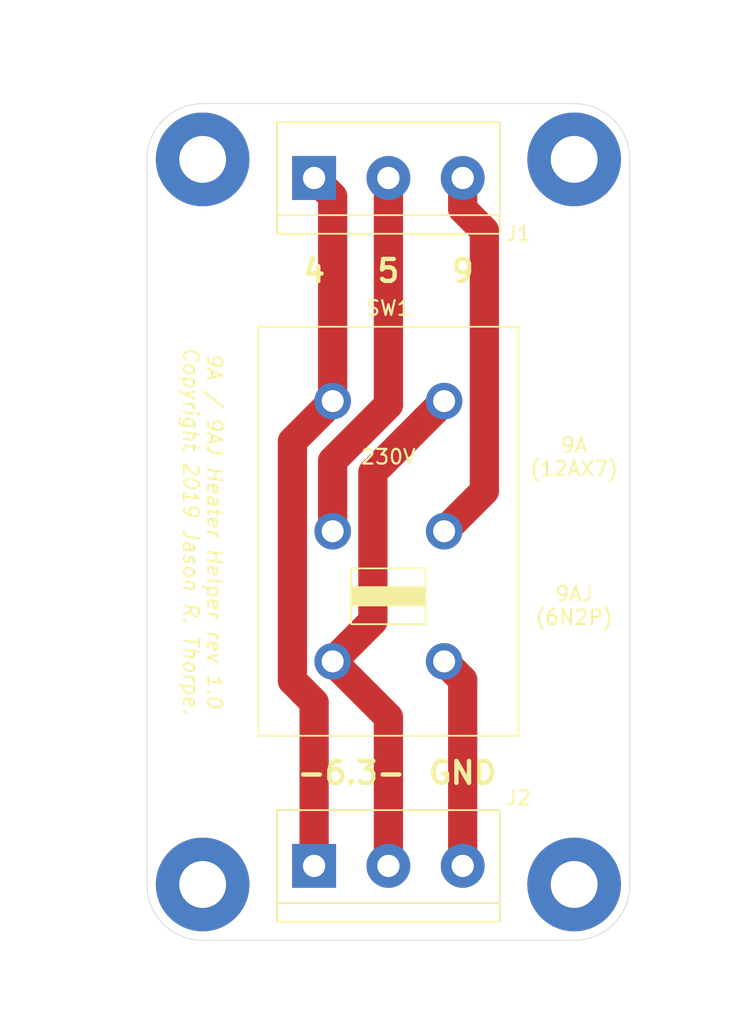
<source format=kicad_pcb>
(kicad_pcb (version 20171130) (host pcbnew "(5.1.12-1-10_14)")

  (general
    (thickness 1.6)
    (drawings 20)
    (tracks 23)
    (zones 0)
    (modules 7)
    (nets 6)
  )

  (page A)
  (title_block
    (title "9A/9AJ Heater Helper")
    (date 2019-09-21)
    (rev 1.0)
    (company "Copyright 2019 Jason R. Thorpe. See LICENSE.txt.")
  )

  (layers
    (0 F.Cu signal)
    (31 B.Cu signal)
    (32 B.Adhes user)
    (33 F.Adhes user)
    (34 B.Paste user)
    (35 F.Paste user)
    (36 B.SilkS user)
    (37 F.SilkS user)
    (38 B.Mask user)
    (39 F.Mask user)
    (40 Dwgs.User user)
    (41 Cmts.User user)
    (42 Eco1.User user)
    (43 Eco2.User user)
    (44 Edge.Cuts user)
    (45 Margin user)
    (46 B.CrtYd user)
    (47 F.CrtYd user)
    (48 B.Fab user)
    (49 F.Fab user)
  )

  (setup
    (last_trace_width 2)
    (trace_clearance 0.5)
    (zone_clearance 0.508)
    (zone_45_only no)
    (trace_min 0.2)
    (via_size 0.8)
    (via_drill 0.4)
    (via_min_size 0.4)
    (via_min_drill 0.3)
    (uvia_size 0.3)
    (uvia_drill 0.1)
    (uvias_allowed no)
    (uvia_min_size 0.2)
    (uvia_min_drill 0.1)
    (edge_width 0.05)
    (segment_width 0.2)
    (pcb_text_width 0.3)
    (pcb_text_size 1.5 1.5)
    (mod_edge_width 0.12)
    (mod_text_size 1 1)
    (mod_text_width 0.15)
    (pad_size 1.524 1.524)
    (pad_drill 0.762)
    (pad_to_mask_clearance 0.051)
    (solder_mask_min_width 0.25)
    (aux_axis_origin 0 0)
    (visible_elements FFFFFF7F)
    (pcbplotparams
      (layerselection 0x010fc_ffffffff)
      (usegerberextensions false)
      (usegerberattributes false)
      (usegerberadvancedattributes false)
      (creategerberjobfile false)
      (excludeedgelayer true)
      (linewidth 0.100000)
      (plotframeref false)
      (viasonmask false)
      (mode 1)
      (useauxorigin false)
      (hpglpennumber 1)
      (hpglpenspeed 20)
      (hpglpendiameter 15.000000)
      (psnegative false)
      (psa4output false)
      (plotreference true)
      (plotvalue true)
      (plotinvisibletext false)
      (padsonsilk false)
      (subtractmaskfromsilk false)
      (outputformat 1)
      (mirror false)
      (drillshape 1)
      (scaleselection 1)
      (outputdirectory ""))
  )

  (net 0 "")
  (net 1 "Net-(J1-Pad3)")
  (net 2 "Net-(J1-Pad2)")
  (net 3 "Net-(J1-Pad1)")
  (net 4 "Net-(J2-Pad3)")
  (net 5 "Net-(J2-Pad2)")

  (net_class Default "This is the default net class."
    (clearance 0.5)
    (trace_width 2)
    (via_dia 0.8)
    (via_drill 0.4)
    (uvia_dia 0.3)
    (uvia_drill 0.1)
    (add_net "Net-(J1-Pad1)")
    (add_net "Net-(J1-Pad2)")
    (add_net "Net-(J1-Pad3)")
    (add_net "Net-(J2-Pad2)")
    (add_net "Net-(J2-Pad3)")
  )

  (module jrt-Switches:SW_SPDT_CandK-V80212MS02Q (layer F.Cu) (tedit 5D85CE8B) (tstamp 5D862C0C)
    (at 142.24 97.79)
    (path /5D85BFFE)
    (fp_text reference SW1 (at 0 -15.24) (layer F.SilkS)
      (effects (font (size 1 1) (thickness 0.15)))
    )
    (fp_text value SW_DPDT_x2 (at 0 15.24) (layer F.Fab) hide
      (effects (font (size 1 1) (thickness 0.15)))
    )
    (fp_poly (pts (xy -2.54 3.81) (xy 2.54 3.81) (xy 2.54 5.08) (xy -2.54 5.08)) (layer F.SilkS) (width 0.1))
    (fp_line (start -2.54 2.54) (end -2.54 6.35) (layer F.SilkS) (width 0.12))
    (fp_line (start 2.54 2.54) (end -2.54 2.54) (layer F.SilkS) (width 0.12))
    (fp_line (start 2.54 6.35) (end 2.54 2.54) (layer F.SilkS) (width 0.12))
    (fp_line (start -2.54 6.35) (end 2.54 6.35) (layer F.SilkS) (width 0.12))
    (fp_line (start -8.89 13.97) (end 8.89 13.97) (layer F.SilkS) (width 0.12))
    (fp_line (start -8.89 -13.97) (end 8.89 -13.97) (layer F.SilkS) (width 0.12))
    (fp_line (start -8.89 0) (end -8.89 -13.97) (layer F.SilkS) (width 0.12))
    (fp_line (start -8.89 0) (end -8.89 13.97) (layer F.SilkS) (width 0.12))
    (fp_line (start 8.89 0) (end 8.89 13.97) (layer F.SilkS) (width 0.12))
    (fp_line (start 8.89 0) (end 8.89 -13.97) (layer F.SilkS) (width 0.12))
    (fp_text user 230V (at 0 -5.08) (layer F.SilkS)
      (effects (font (size 1 1) (thickness 0.15)))
    )
    (pad 1 thru_hole circle (at -3.81 -8.89) (size 2.5 2.5) (drill 1.5) (layers *.Cu *.Mask)
      (net 3 "Net-(J1-Pad1)"))
    (pad 4 thru_hole circle (at 3.81 -8.89) (size 2.5 2.5) (drill 1.5) (layers *.Cu *.Mask)
      (net 5 "Net-(J2-Pad2)"))
    (pad 2 thru_hole circle (at -3.81 0) (size 2.5 2.5) (drill 1.5) (layers *.Cu *.Mask)
      (net 2 "Net-(J1-Pad2)"))
    (pad 5 thru_hole circle (at 3.81 0) (size 2.5 2.5) (drill 1.5) (layers *.Cu *.Mask)
      (net 1 "Net-(J1-Pad3)"))
    (pad 3 thru_hole circle (at -3.81 8.89) (size 2.5 2.5) (drill 1.5) (layers *.Cu *.Mask)
      (net 5 "Net-(J2-Pad2)"))
    (pad 6 thru_hole circle (at 3.81 8.89) (size 2.5 2.5) (drill 1.5) (layers *.Cu *.Mask)
      (net 4 "Net-(J2-Pad3)"))
  )

  (module MountingHole:MountingHole_3.2mm_M3_Pad (layer F.Cu) (tedit 56D1B4CB) (tstamp 5D863443)
    (at 129.54 121.92)
    (descr "Mounting Hole 3.2mm, M3")
    (tags "mounting hole 3.2mm m3")
    (attr virtual)
    (fp_text reference REF** (at 0 -4.2) (layer F.SilkS) hide
      (effects (font (size 1 1) (thickness 0.15)))
    )
    (fp_text value MountingHole_3.2mm_M3_Pad (at 0 4.2) (layer F.Fab) hide
      (effects (font (size 1 1) (thickness 0.15)))
    )
    (fp_circle (center 0 0) (end 3.2 0) (layer Cmts.User) (width 0.15))
    (fp_circle (center 0 0) (end 3.45 0) (layer F.CrtYd) (width 0.05))
    (fp_text user %R (at 0.3 0) (layer F.Fab)
      (effects (font (size 1 1) (thickness 0.15)))
    )
    (pad 1 thru_hole circle (at 0 0) (size 6.4 6.4) (drill 3.2) (layers *.Cu *.Mask))
  )

  (module MountingHole:MountingHole_3.2mm_M3_Pad (layer F.Cu) (tedit 56D1B4CB) (tstamp 5D86341F)
    (at 129.54 72.39)
    (descr "Mounting Hole 3.2mm, M3")
    (tags "mounting hole 3.2mm m3")
    (attr virtual)
    (fp_text reference REF** (at 0 -4.2) (layer F.SilkS) hide
      (effects (font (size 1 1) (thickness 0.15)))
    )
    (fp_text value MountingHole_3.2mm_M3_Pad (at 0 4.2) (layer F.Fab) hide
      (effects (font (size 1 1) (thickness 0.15)))
    )
    (fp_circle (center 0 0) (end 3.2 0) (layer Cmts.User) (width 0.15))
    (fp_circle (center 0 0) (end 3.45 0) (layer F.CrtYd) (width 0.05))
    (fp_text user %R (at 0.3 0) (layer F.Fab)
      (effects (font (size 1 1) (thickness 0.15)))
    )
    (pad 1 thru_hole circle (at 0 0) (size 6.4 6.4) (drill 3.2) (layers *.Cu *.Mask))
  )

  (module MountingHole:MountingHole_3.2mm_M3_Pad (layer F.Cu) (tedit 56D1B4CB) (tstamp 5D8633FB)
    (at 154.94 121.92)
    (descr "Mounting Hole 3.2mm, M3")
    (tags "mounting hole 3.2mm m3")
    (attr virtual)
    (fp_text reference REF** (at 0 -4.2) (layer F.SilkS) hide
      (effects (font (size 1 1) (thickness 0.15)))
    )
    (fp_text value MountingHole_3.2mm_M3_Pad (at 0 4.2) (layer F.Fab) hide
      (effects (font (size 1 1) (thickness 0.15)))
    )
    (fp_circle (center 0 0) (end 3.2 0) (layer Cmts.User) (width 0.15))
    (fp_circle (center 0 0) (end 3.45 0) (layer F.CrtYd) (width 0.05))
    (fp_text user %R (at 0.3 0) (layer F.Fab)
      (effects (font (size 1 1) (thickness 0.15)))
    )
    (pad 1 thru_hole circle (at 0 0) (size 6.4 6.4) (drill 3.2) (layers *.Cu *.Mask))
  )

  (module MountingHole:MountingHole_3.2mm_M3_Pad (layer F.Cu) (tedit 56D1B4CB) (tstamp 5D8633D7)
    (at 154.94 72.39)
    (descr "Mounting Hole 3.2mm, M3")
    (tags "mounting hole 3.2mm m3")
    (attr virtual)
    (fp_text reference REF** (at 0 -4.2) (layer F.SilkS) hide
      (effects (font (size 1 1) (thickness 0.15)))
    )
    (fp_text value MountingHole_3.2mm_M3_Pad (at 0 4.2) (layer F.Fab) hide
      (effects (font (size 1 1) (thickness 0.15)))
    )
    (fp_circle (center 0 0) (end 3.2 0) (layer Cmts.User) (width 0.15))
    (fp_circle (center 0 0) (end 3.45 0) (layer F.CrtYd) (width 0.05))
    (fp_text user %R (at 0.3 0) (layer F.Fab)
      (effects (font (size 1 1) (thickness 0.15)))
    )
    (pad 1 thru_hole circle (at 0 0) (size 6.4 6.4) (drill 3.2) (layers *.Cu *.Mask))
  )

  (module TerminalBlock:TerminalBlock_bornier-3_P5.08mm (layer F.Cu) (tedit 59FF03B9) (tstamp 5D862F99)
    (at 137.16 73.66)
    (descr "simple 3-pin terminal block, pitch 5.08mm, revamped version of bornier3")
    (tags "terminal block bornier3")
    (path /5D863D9F)
    (fp_text reference J1 (at 13.97 3.81) (layer F.SilkS)
      (effects (font (size 1 1) (thickness 0.15)))
    )
    (fp_text value Screw_Terminal_01x03 (at 5.08 5.08) (layer F.Fab) hide
      (effects (font (size 1 1) (thickness 0.15)))
    )
    (fp_line (start -2.47 2.55) (end 12.63 2.55) (layer F.Fab) (width 0.1))
    (fp_line (start -2.47 -3.75) (end 12.63 -3.75) (layer F.Fab) (width 0.1))
    (fp_line (start 12.63 -3.75) (end 12.63 3.75) (layer F.Fab) (width 0.1))
    (fp_line (start 12.63 3.75) (end -2.47 3.75) (layer F.Fab) (width 0.1))
    (fp_line (start -2.47 3.75) (end -2.47 -3.75) (layer F.Fab) (width 0.1))
    (fp_line (start -2.54 3.81) (end -2.54 -3.81) (layer F.SilkS) (width 0.12))
    (fp_line (start 12.7 3.81) (end 12.7 -3.81) (layer F.SilkS) (width 0.12))
    (fp_line (start -2.54 2.54) (end 12.7 2.54) (layer F.SilkS) (width 0.12))
    (fp_line (start -2.54 -3.81) (end 12.7 -3.81) (layer F.SilkS) (width 0.12))
    (fp_line (start -2.54 3.81) (end 12.7 3.81) (layer F.SilkS) (width 0.12))
    (fp_line (start -2.72 -4) (end 12.88 -4) (layer F.CrtYd) (width 0.05))
    (fp_line (start -2.72 -4) (end -2.72 4) (layer F.CrtYd) (width 0.05))
    (fp_line (start 12.88 4) (end 12.88 -4) (layer F.CrtYd) (width 0.05))
    (fp_line (start 12.88 4) (end -2.72 4) (layer F.CrtYd) (width 0.05))
    (fp_text user %R (at 5.08 0) (layer F.Fab)
      (effects (font (size 1 1) (thickness 0.15)))
    )
    (pad 3 thru_hole circle (at 10.16 0) (size 3 3) (drill 1.52) (layers *.Cu *.Mask)
      (net 1 "Net-(J1-Pad3)"))
    (pad 2 thru_hole circle (at 5.08 0) (size 3 3) (drill 1.52) (layers *.Cu *.Mask)
      (net 2 "Net-(J1-Pad2)"))
    (pad 1 thru_hole rect (at 0 0) (size 3 3) (drill 1.52) (layers *.Cu *.Mask)
      (net 3 "Net-(J1-Pad1)"))
    (model ${KISYS3DMOD}/TerminalBlock.3dshapes/TerminalBlock_bornier-3_P5.08mm.wrl
      (offset (xyz 5.079999923706055 0 0))
      (scale (xyz 1 1 1))
      (rotate (xyz 0 0 0))
    )
  )

  (module TerminalBlock:TerminalBlock_bornier-3_P5.08mm (layer F.Cu) (tedit 59FF03B9) (tstamp 5D862EA9)
    (at 137.16 120.65)
    (descr "simple 3-pin terminal block, pitch 5.08mm, revamped version of bornier3")
    (tags "terminal block bornier3")
    (path /5D8630DC)
    (fp_text reference J2 (at 13.97 -4.65) (layer F.SilkS)
      (effects (font (size 1 1) (thickness 0.15)))
    )
    (fp_text value Screw_Terminal_01x03 (at 5.08 5.08) (layer F.Fab) hide
      (effects (font (size 1 1) (thickness 0.15)))
    )
    (fp_line (start 12.88 4) (end -2.72 4) (layer F.CrtYd) (width 0.05))
    (fp_line (start 12.88 4) (end 12.88 -4) (layer F.CrtYd) (width 0.05))
    (fp_line (start -2.72 -4) (end -2.72 4) (layer F.CrtYd) (width 0.05))
    (fp_line (start -2.72 -4) (end 12.88 -4) (layer F.CrtYd) (width 0.05))
    (fp_line (start -2.54 3.81) (end 12.7 3.81) (layer F.SilkS) (width 0.12))
    (fp_line (start -2.54 -3.81) (end 12.7 -3.81) (layer F.SilkS) (width 0.12))
    (fp_line (start -2.54 2.54) (end 12.7 2.54) (layer F.SilkS) (width 0.12))
    (fp_line (start 12.7 3.81) (end 12.7 -3.81) (layer F.SilkS) (width 0.12))
    (fp_line (start -2.54 3.81) (end -2.54 -3.81) (layer F.SilkS) (width 0.12))
    (fp_line (start -2.47 3.75) (end -2.47 -3.75) (layer F.Fab) (width 0.1))
    (fp_line (start 12.63 3.75) (end -2.47 3.75) (layer F.Fab) (width 0.1))
    (fp_line (start 12.63 -3.75) (end 12.63 3.75) (layer F.Fab) (width 0.1))
    (fp_line (start -2.47 -3.75) (end 12.63 -3.75) (layer F.Fab) (width 0.1))
    (fp_line (start -2.47 2.55) (end 12.63 2.55) (layer F.Fab) (width 0.1))
    (fp_text user %R (at 5.08 0) (layer F.Fab)
      (effects (font (size 1 1) (thickness 0.15)))
    )
    (pad 1 thru_hole rect (at 0 0) (size 3 3) (drill 1.52) (layers *.Cu *.Mask)
      (net 3 "Net-(J1-Pad1)"))
    (pad 2 thru_hole circle (at 5.08 0) (size 3 3) (drill 1.52) (layers *.Cu *.Mask)
      (net 5 "Net-(J2-Pad2)"))
    (pad 3 thru_hole circle (at 10.16 0) (size 3 3) (drill 1.52) (layers *.Cu *.Mask)
      (net 4 "Net-(J2-Pad3)"))
    (model ${KISYS3DMOD}/TerminalBlock.3dshapes/TerminalBlock_bornier-3_P5.08mm.wrl
      (offset (xyz 5.079999923706055 0 0))
      (scale (xyz 1 1 1))
      (rotate (xyz 0 0 0))
    )
  )

  (dimension 49.53 (width 0.15) (layer Dwgs.User)
    (gr_text "49.530 mm" (at 119.35 97.155 270) (layer Dwgs.User)
      (effects (font (size 1 1) (thickness 0.15)))
    )
    (feature1 (pts (xy 124.46 121.92) (xy 120.063579 121.92)))
    (feature2 (pts (xy 124.46 72.39) (xy 120.063579 72.39)))
    (crossbar (pts (xy 120.65 72.39) (xy 120.65 121.92)))
    (arrow1a (pts (xy 120.65 121.92) (xy 120.063579 120.793496)))
    (arrow1b (pts (xy 120.65 121.92) (xy 121.236421 120.793496)))
    (arrow2a (pts (xy 120.65 72.39) (xy 120.063579 73.516504)))
    (arrow2b (pts (xy 120.65 72.39) (xy 121.236421 73.516504)))
  )
  (dimension 25.4 (width 0.15) (layer Dwgs.User)
    (gr_text "25.400 mm" (at 142.24 132.11) (layer Dwgs.User)
      (effects (font (size 1 1) (thickness 0.15)))
    )
    (feature1 (pts (xy 154.94 127) (xy 154.94 131.396421)))
    (feature2 (pts (xy 129.54 127) (xy 129.54 131.396421)))
    (crossbar (pts (xy 129.54 130.81) (xy 154.94 130.81)))
    (arrow1a (pts (xy 154.94 130.81) (xy 153.813496 131.396421)))
    (arrow1b (pts (xy 154.94 130.81) (xy 153.813496 130.223579)))
    (arrow2a (pts (xy 129.54 130.81) (xy 130.666504 131.396421)))
    (arrow2b (pts (xy 129.54 130.81) (xy 130.666504 130.223579)))
  )
  (dimension 57.15 (width 0.15) (layer Dwgs.User)
    (gr_text "57.150 mm" (at 165.13 97.155 270) (layer Dwgs.User)
      (effects (font (size 1 1) (thickness 0.15)))
    )
    (feature1 (pts (xy 160.02 125.73) (xy 164.416421 125.73)))
    (feature2 (pts (xy 160.02 68.58) (xy 164.416421 68.58)))
    (crossbar (pts (xy 163.83 68.58) (xy 163.83 125.73)))
    (arrow1a (pts (xy 163.83 125.73) (xy 163.243579 124.603496)))
    (arrow1b (pts (xy 163.83 125.73) (xy 164.416421 124.603496)))
    (arrow2a (pts (xy 163.83 68.58) (xy 163.243579 69.706504)))
    (arrow2b (pts (xy 163.83 68.58) (xy 164.416421 69.706504)))
  )
  (dimension 33.02 (width 0.15) (layer Dwgs.User)
    (gr_text "33.020 mm" (at 142.24 62.2) (layer Dwgs.User)
      (effects (font (size 1 1) (thickness 0.15)))
    )
    (feature1 (pts (xy 158.75 67.31) (xy 158.75 62.913579)))
    (feature2 (pts (xy 125.73 67.31) (xy 125.73 62.913579)))
    (crossbar (pts (xy 125.73 63.5) (xy 158.75 63.5)))
    (arrow1a (pts (xy 158.75 63.5) (xy 157.623496 64.086421)))
    (arrow1b (pts (xy 158.75 63.5) (xy 157.623496 62.913579)))
    (arrow2a (pts (xy 125.73 63.5) (xy 126.856504 64.086421)))
    (arrow2b (pts (xy 125.73 63.5) (xy 126.856504 62.913579)))
  )
  (gr_text "9A / 9AJ Heater Helper rev 1.0\nCopyright 2019 Jason R. Thorpe." (at 129.54 97.79 270) (layer F.SilkS)
    (effects (font (size 1 1) (thickness 0.15) italic))
  )
  (gr_line (start 154.94 68.58) (end 129.54 68.58) (layer Edge.Cuts) (width 0.05) (tstamp 5D86363D))
  (gr_line (start 158.75 121.92) (end 158.75 72.39) (layer Edge.Cuts) (width 0.05) (tstamp 5D86363C))
  (gr_line (start 129.54 125.73) (end 154.94 125.73) (layer Edge.Cuts) (width 0.05) (tstamp 5D86363B))
  (gr_line (start 125.73 72.39) (end 125.73 121.92) (layer Edge.Cuts) (width 0.05) (tstamp 5D86363A))
  (gr_arc (start 129.54 72.39) (end 129.54 68.58) (angle -90) (layer Edge.Cuts) (width 0.05))
  (gr_arc (start 129.54 121.92) (end 125.73 121.92) (angle -90) (layer Edge.Cuts) (width 0.05))
  (gr_arc (start 154.94 121.92) (end 154.94 125.73) (angle -90) (layer Edge.Cuts) (width 0.05))
  (gr_arc (start 154.94 72.39) (end 158.75 72.39) (angle -90) (layer Edge.Cuts) (width 0.05))
  (gr_text "9A\n(12AX7)" (at 154.94 92.71) (layer F.SilkS)
    (effects (font (size 1 1) (thickness 0.15)))
  )
  (gr_text "9AJ\n(6N2P)" (at 154.94 102.87) (layer F.SilkS) (tstamp 5D86344A)
    (effects (font (size 1 1) (thickness 0.15)))
  )
  (gr_text GND (at 147.32 114.3) (layer F.SilkS)
    (effects (font (size 1.5 1.5) (thickness 0.3)))
  )
  (gr_text -6.3- (at 139.7 114.3) (layer F.SilkS)
    (effects (font (size 1.5 1.5) (thickness 0.3)))
  )
  (gr_text 9 (at 147.32 80.01) (layer F.SilkS)
    (effects (font (size 1.5 1.5) (thickness 0.3)))
  )
  (gr_text 5 (at 142.24 80.01) (layer F.SilkS)
    (effects (font (size 1.5 1.5) (thickness 0.3)))
  )
  (gr_text 4 (at 137.16 80.01) (layer F.SilkS)
    (effects (font (size 1.5 1.5) (thickness 0.3)))
  )

  (segment (start 148.800001 77.261321) (end 147.32 75.78132) (width 2) (layer F.Cu) (net 1))
  (segment (start 148.800001 95.039999) (end 148.800001 77.261321) (width 2) (layer F.Cu) (net 1))
  (segment (start 147.32 75.78132) (end 147.32 73.66) (width 2) (layer F.Cu) (net 1))
  (segment (start 146.05 97.79) (end 148.800001 95.039999) (width 2) (layer F.Cu) (net 1))
  (segment (start 142.24 75.78132) (end 142.24 73.66) (width 2) (layer F.Cu) (net 2))
  (segment (start 142.24 89.160002) (end 142.24 75.78132) (width 2) (layer F.Cu) (net 2))
  (segment (start 138.43 92.970002) (end 142.24 89.160002) (width 2) (layer F.Cu) (net 2))
  (segment (start 138.43 97.79) (end 138.43 92.970002) (width 2) (layer F.Cu) (net 2))
  (segment (start 135.679999 108.000001) (end 135.679999 91.650001) (width 2) (layer F.Cu) (net 3))
  (segment (start 137.16 109.480002) (end 135.679999 108.000001) (width 2) (layer F.Cu) (net 3))
  (segment (start 137.180001 90.149999) (end 138.43 88.9) (width 2) (layer F.Cu) (net 3))
  (segment (start 135.679999 91.650001) (end 137.180001 90.149999) (width 2) (layer F.Cu) (net 3))
  (segment (start 137.16 120.65) (end 137.16 109.480002) (width 2) (layer F.Cu) (net 3))
  (segment (start 138.43 74.93) (end 137.16 73.66) (width 2) (layer F.Cu) (net 3))
  (segment (start 138.43 88.9) (end 138.43 74.93) (width 2) (layer F.Cu) (net 3))
  (segment (start 147.32 107.95) (end 146.05 106.68) (width 2) (layer F.Cu) (net 4))
  (segment (start 147.32 120.65) (end 147.32 107.95) (width 2) (layer F.Cu) (net 4))
  (segment (start 142.24 110.49) (end 138.43 106.68) (width 2) (layer F.Cu) (net 5))
  (segment (start 142.24 120.65) (end 142.24 110.49) (width 2) (layer F.Cu) (net 5))
  (segment (start 144.800001 90.149999) (end 146.05 88.9) (width 2) (layer F.Cu) (net 5))
  (segment (start 141.180001 93.769999) (end 144.800001 90.149999) (width 2) (layer F.Cu) (net 5))
  (segment (start 141.180001 103.929999) (end 141.180001 93.769999) (width 2) (layer F.Cu) (net 5))
  (segment (start 138.43 106.68) (end 141.180001 103.929999) (width 2) (layer F.Cu) (net 5))

)

</source>
